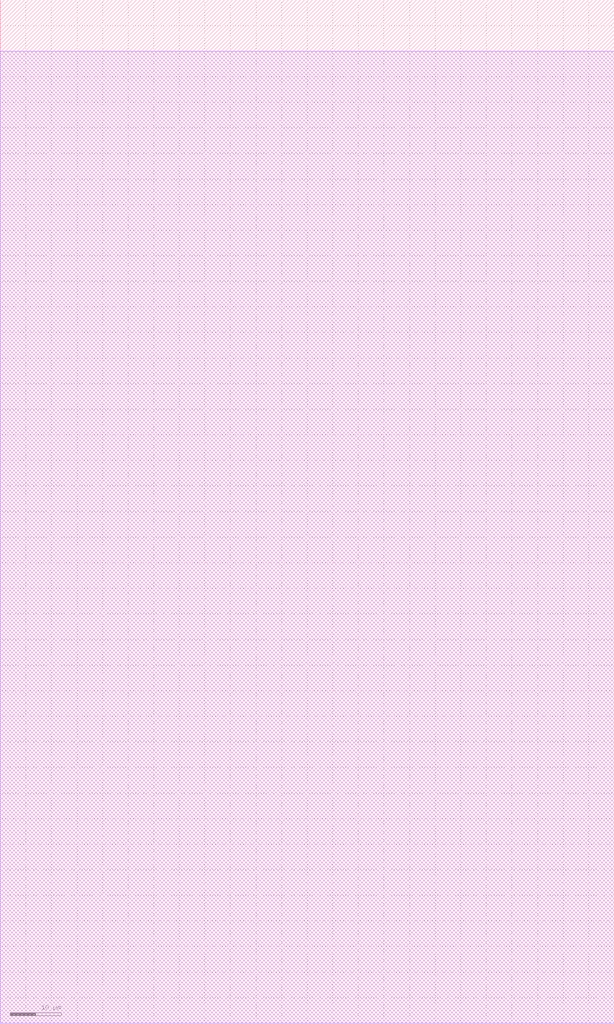
<source format=lef>
VERSION 5.7 ;
  NOWIREEXTENSIONATPIN ON ;
  DIVIDERCHAR "/" ;
  BUSBITCHARS "[]" ;
MACRO empty_macro_1
  CLASS BLOCK ;
  FOREIGN empty_macro_1 ;
  ORIGIN 0.000 0.000 ;
  SIZE 120.000 BY 200.000 ;
  OBS
      LAYER met3 ;
        RECT 0.000 0.000 120.000 190.000 ;
  END
END empty_macro_1
END LIBRARY
</source>
